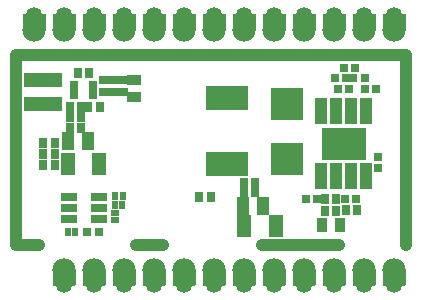
<source format=gbr>
G04 EAGLE Gerber RS-274X export*
G75*
%MOMM*%
%FSLAX34Y34*%
%LPD*%
%INSoldermask Top*%
%IPPOS*%
%AMOC8*
5,1,8,0,0,1.08239X$1,22.5*%
G01*
%ADD10C,1.016000*%
%ADD11C,1.000000*%
%ADD12R,1.003200X2.203200*%
%ADD13R,3.703200X2.803200*%
%ADD14R,2.743200X2.743200*%
%ADD15R,3.603200X2.053200*%
%ADD16R,0.812800X0.660400*%
%ADD17R,0.660400X0.812800*%
%ADD18R,1.244600X0.914400*%
%ADD19R,3.203200X1.203200*%
%ADD20R,0.678200X0.503200*%
%ADD21R,0.914400X1.244600*%
%ADD22R,0.653200X0.803200*%
%ADD23R,0.753200X0.653200*%
%ADD24R,0.653200X0.753200*%
%ADD25R,1.053200X1.503200*%
%ADD26R,1.303200X1.853200*%
%ADD27R,1.473200X0.711200*%
%ADD28R,0.603200X0.653200*%
%ADD29R,0.653200X0.603200*%
%ADD30R,0.573200X0.653200*%
%ADD31C,1.981200*%
%ADD32C,1.346200*%

G36*
X230397Y206550D02*
X230397Y206550D01*
X230443Y206563D01*
X230518Y206574D01*
X232186Y207080D01*
X232229Y207102D01*
X232301Y207127D01*
X233838Y207949D01*
X233876Y207979D01*
X233941Y208018D01*
X235289Y209124D01*
X235320Y209160D01*
X235376Y209211D01*
X236482Y210559D01*
X236506Y210601D01*
X236551Y210662D01*
X237373Y212199D01*
X237387Y212245D01*
X237420Y212314D01*
X237926Y213982D01*
X237932Y214029D01*
X237950Y214104D01*
X238121Y215838D01*
X238119Y215865D01*
X238124Y215900D01*
X238124Y228600D01*
X238113Y228665D01*
X238111Y228731D01*
X238093Y228774D01*
X238085Y228821D01*
X238051Y228878D01*
X238026Y228938D01*
X237995Y228973D01*
X237970Y229014D01*
X237919Y229056D01*
X237875Y229104D01*
X237833Y229126D01*
X237796Y229155D01*
X237734Y229176D01*
X237675Y229207D01*
X237621Y229215D01*
X237584Y229227D01*
X237544Y229226D01*
X237490Y229234D01*
X219710Y229234D01*
X219645Y229223D01*
X219579Y229221D01*
X219536Y229203D01*
X219489Y229195D01*
X219432Y229161D01*
X219372Y229136D01*
X219337Y229105D01*
X219296Y229080D01*
X219255Y229029D01*
X219206Y228985D01*
X219184Y228943D01*
X219155Y228906D01*
X219134Y228844D01*
X219103Y228785D01*
X219095Y228731D01*
X219083Y228694D01*
X219083Y228670D01*
X219083Y228668D01*
X219083Y228650D01*
X219076Y228600D01*
X219076Y215900D01*
X219081Y215873D01*
X219079Y215838D01*
X219250Y214104D01*
X219263Y214057D01*
X219274Y213982D01*
X219780Y212314D01*
X219802Y212271D01*
X219827Y212199D01*
X220649Y210662D01*
X220679Y210624D01*
X220718Y210559D01*
X221824Y209211D01*
X221860Y209180D01*
X221911Y209124D01*
X223259Y208018D01*
X223301Y207994D01*
X223362Y207949D01*
X224899Y207127D01*
X224945Y207113D01*
X225014Y207080D01*
X225152Y207038D01*
X225153Y207038D01*
X226682Y206574D01*
X226729Y206568D01*
X226804Y206550D01*
X228538Y206379D01*
X228586Y206383D01*
X228662Y206379D01*
X230397Y206550D01*
G37*
G36*
X179597Y206550D02*
X179597Y206550D01*
X179643Y206563D01*
X179718Y206574D01*
X181386Y207080D01*
X181429Y207102D01*
X181501Y207127D01*
X183038Y207949D01*
X183076Y207979D01*
X183141Y208018D01*
X184489Y209124D01*
X184520Y209160D01*
X184576Y209211D01*
X185682Y210559D01*
X185706Y210601D01*
X185751Y210662D01*
X186573Y212199D01*
X186587Y212245D01*
X186620Y212314D01*
X187126Y213982D01*
X187132Y214029D01*
X187150Y214104D01*
X187321Y215838D01*
X187319Y215865D01*
X187324Y215900D01*
X187324Y228600D01*
X187313Y228665D01*
X187311Y228731D01*
X187293Y228774D01*
X187285Y228821D01*
X187251Y228878D01*
X187226Y228938D01*
X187195Y228973D01*
X187170Y229014D01*
X187119Y229056D01*
X187075Y229104D01*
X187033Y229126D01*
X186996Y229155D01*
X186934Y229176D01*
X186875Y229207D01*
X186821Y229215D01*
X186784Y229227D01*
X186744Y229226D01*
X186690Y229234D01*
X168910Y229234D01*
X168845Y229223D01*
X168779Y229221D01*
X168736Y229203D01*
X168689Y229195D01*
X168632Y229161D01*
X168572Y229136D01*
X168537Y229105D01*
X168496Y229080D01*
X168455Y229029D01*
X168406Y228985D01*
X168384Y228943D01*
X168355Y228906D01*
X168334Y228844D01*
X168303Y228785D01*
X168295Y228731D01*
X168283Y228694D01*
X168283Y228670D01*
X168283Y228668D01*
X168283Y228650D01*
X168276Y228600D01*
X168276Y215900D01*
X168281Y215873D01*
X168279Y215838D01*
X168450Y214104D01*
X168463Y214057D01*
X168474Y213982D01*
X168980Y212314D01*
X169002Y212271D01*
X169027Y212199D01*
X169849Y210662D01*
X169879Y210624D01*
X169918Y210559D01*
X171024Y209211D01*
X171060Y209180D01*
X171111Y209124D01*
X172459Y208018D01*
X172501Y207994D01*
X172562Y207949D01*
X174099Y207127D01*
X174145Y207113D01*
X174214Y207080D01*
X174352Y207038D01*
X174353Y207038D01*
X175882Y206574D01*
X175929Y206568D01*
X176004Y206550D01*
X177738Y206379D01*
X177786Y206383D01*
X177862Y206379D01*
X179597Y206550D01*
G37*
G36*
X103397Y206550D02*
X103397Y206550D01*
X103443Y206563D01*
X103518Y206574D01*
X105186Y207080D01*
X105229Y207102D01*
X105301Y207127D01*
X106838Y207949D01*
X106876Y207979D01*
X106941Y208018D01*
X108289Y209124D01*
X108320Y209160D01*
X108376Y209211D01*
X109482Y210559D01*
X109506Y210601D01*
X109551Y210662D01*
X110373Y212199D01*
X110387Y212245D01*
X110420Y212314D01*
X110926Y213982D01*
X110932Y214029D01*
X110950Y214104D01*
X111121Y215838D01*
X111119Y215865D01*
X111124Y215900D01*
X111124Y228600D01*
X111113Y228665D01*
X111111Y228731D01*
X111093Y228774D01*
X111085Y228821D01*
X111051Y228878D01*
X111026Y228938D01*
X110995Y228973D01*
X110970Y229014D01*
X110919Y229056D01*
X110875Y229104D01*
X110833Y229126D01*
X110796Y229155D01*
X110734Y229176D01*
X110675Y229207D01*
X110621Y229215D01*
X110584Y229227D01*
X110544Y229226D01*
X110490Y229234D01*
X92710Y229234D01*
X92645Y229223D01*
X92579Y229221D01*
X92536Y229203D01*
X92489Y229195D01*
X92432Y229161D01*
X92372Y229136D01*
X92337Y229105D01*
X92296Y229080D01*
X92255Y229029D01*
X92206Y228985D01*
X92184Y228943D01*
X92155Y228906D01*
X92134Y228844D01*
X92103Y228785D01*
X92095Y228731D01*
X92083Y228694D01*
X92083Y228670D01*
X92083Y228668D01*
X92083Y228650D01*
X92076Y228600D01*
X92076Y215900D01*
X92081Y215873D01*
X92079Y215838D01*
X92250Y214104D01*
X92263Y214057D01*
X92274Y213982D01*
X92780Y212314D01*
X92802Y212271D01*
X92827Y212199D01*
X93649Y210662D01*
X93679Y210624D01*
X93718Y210559D01*
X94824Y209211D01*
X94860Y209180D01*
X94911Y209124D01*
X96259Y208018D01*
X96301Y207994D01*
X96362Y207949D01*
X97899Y207127D01*
X97945Y207113D01*
X98014Y207080D01*
X98152Y207038D01*
X98153Y207038D01*
X99682Y206574D01*
X99729Y206568D01*
X99804Y206550D01*
X101538Y206379D01*
X101586Y206383D01*
X101662Y206379D01*
X103397Y206550D01*
G37*
G36*
X27197Y206550D02*
X27197Y206550D01*
X27243Y206563D01*
X27318Y206574D01*
X28986Y207080D01*
X29029Y207102D01*
X29101Y207127D01*
X30638Y207949D01*
X30676Y207979D01*
X30741Y208018D01*
X32089Y209124D01*
X32120Y209160D01*
X32176Y209211D01*
X33282Y210559D01*
X33306Y210601D01*
X33351Y210662D01*
X34173Y212199D01*
X34187Y212245D01*
X34220Y212314D01*
X34726Y213982D01*
X34732Y214029D01*
X34750Y214104D01*
X34921Y215838D01*
X34919Y215865D01*
X34924Y215900D01*
X34924Y228600D01*
X34913Y228665D01*
X34911Y228731D01*
X34893Y228774D01*
X34885Y228821D01*
X34851Y228878D01*
X34826Y228938D01*
X34795Y228973D01*
X34770Y229014D01*
X34719Y229056D01*
X34675Y229104D01*
X34633Y229126D01*
X34596Y229155D01*
X34534Y229176D01*
X34475Y229207D01*
X34421Y229215D01*
X34384Y229227D01*
X34344Y229226D01*
X34290Y229234D01*
X16510Y229234D01*
X16445Y229223D01*
X16379Y229221D01*
X16336Y229203D01*
X16289Y229195D01*
X16232Y229161D01*
X16172Y229136D01*
X16137Y229105D01*
X16096Y229080D01*
X16055Y229029D01*
X16006Y228985D01*
X15984Y228943D01*
X15955Y228906D01*
X15934Y228844D01*
X15903Y228785D01*
X15895Y228731D01*
X15883Y228694D01*
X15883Y228670D01*
X15883Y228668D01*
X15883Y228650D01*
X15876Y228600D01*
X15876Y215900D01*
X15881Y215873D01*
X15879Y215838D01*
X16050Y214104D01*
X16063Y214057D01*
X16074Y213982D01*
X16580Y212314D01*
X16602Y212271D01*
X16627Y212199D01*
X17449Y210662D01*
X17479Y210624D01*
X17518Y210559D01*
X18624Y209211D01*
X18660Y209180D01*
X18711Y209124D01*
X20059Y208018D01*
X20101Y207994D01*
X20162Y207949D01*
X21699Y207127D01*
X21745Y207113D01*
X21814Y207080D01*
X21952Y207038D01*
X21953Y207038D01*
X23482Y206574D01*
X23529Y206568D01*
X23604Y206550D01*
X25338Y206379D01*
X25386Y206383D01*
X25462Y206379D01*
X27197Y206550D01*
G37*
G36*
X331997Y206550D02*
X331997Y206550D01*
X332043Y206563D01*
X332118Y206574D01*
X333786Y207080D01*
X333829Y207102D01*
X333901Y207127D01*
X335438Y207949D01*
X335476Y207979D01*
X335541Y208018D01*
X336889Y209124D01*
X336920Y209160D01*
X336976Y209211D01*
X338082Y210559D01*
X338106Y210601D01*
X338151Y210662D01*
X338973Y212199D01*
X338987Y212245D01*
X339020Y212314D01*
X339526Y213982D01*
X339532Y214029D01*
X339550Y214104D01*
X339721Y215838D01*
X339719Y215865D01*
X339724Y215900D01*
X339724Y228600D01*
X339713Y228665D01*
X339711Y228731D01*
X339693Y228774D01*
X339685Y228821D01*
X339651Y228878D01*
X339626Y228938D01*
X339595Y228973D01*
X339570Y229014D01*
X339519Y229056D01*
X339475Y229104D01*
X339433Y229126D01*
X339396Y229155D01*
X339334Y229176D01*
X339275Y229207D01*
X339221Y229215D01*
X339184Y229227D01*
X339144Y229226D01*
X339090Y229234D01*
X321310Y229234D01*
X321245Y229223D01*
X321179Y229221D01*
X321136Y229203D01*
X321089Y229195D01*
X321032Y229161D01*
X320972Y229136D01*
X320937Y229105D01*
X320896Y229080D01*
X320855Y229029D01*
X320806Y228985D01*
X320784Y228943D01*
X320755Y228906D01*
X320734Y228844D01*
X320703Y228785D01*
X320695Y228731D01*
X320683Y228694D01*
X320683Y228670D01*
X320683Y228668D01*
X320683Y228650D01*
X320676Y228600D01*
X320676Y215900D01*
X320681Y215873D01*
X320679Y215838D01*
X320850Y214104D01*
X320863Y214057D01*
X320874Y213982D01*
X321380Y212314D01*
X321402Y212271D01*
X321427Y212199D01*
X322249Y210662D01*
X322279Y210624D01*
X322318Y210559D01*
X323424Y209211D01*
X323460Y209180D01*
X323511Y209124D01*
X324859Y208018D01*
X324901Y207994D01*
X324962Y207949D01*
X326499Y207127D01*
X326545Y207113D01*
X326614Y207080D01*
X326752Y207038D01*
X326753Y207038D01*
X328282Y206574D01*
X328329Y206568D01*
X328404Y206550D01*
X330138Y206379D01*
X330186Y206383D01*
X330262Y206379D01*
X331997Y206550D01*
G37*
G36*
X128797Y206550D02*
X128797Y206550D01*
X128843Y206563D01*
X128918Y206574D01*
X130586Y207080D01*
X130629Y207102D01*
X130701Y207127D01*
X132238Y207949D01*
X132276Y207979D01*
X132341Y208018D01*
X133689Y209124D01*
X133720Y209160D01*
X133776Y209211D01*
X134882Y210559D01*
X134906Y210601D01*
X134951Y210662D01*
X135773Y212199D01*
X135787Y212245D01*
X135820Y212314D01*
X136326Y213982D01*
X136332Y214029D01*
X136350Y214104D01*
X136521Y215838D01*
X136519Y215865D01*
X136524Y215900D01*
X136524Y228600D01*
X136513Y228665D01*
X136511Y228731D01*
X136493Y228774D01*
X136485Y228821D01*
X136451Y228878D01*
X136426Y228938D01*
X136395Y228973D01*
X136370Y229014D01*
X136319Y229056D01*
X136275Y229104D01*
X136233Y229126D01*
X136196Y229155D01*
X136134Y229176D01*
X136075Y229207D01*
X136021Y229215D01*
X135984Y229227D01*
X135944Y229226D01*
X135890Y229234D01*
X118110Y229234D01*
X118045Y229223D01*
X117979Y229221D01*
X117936Y229203D01*
X117889Y229195D01*
X117832Y229161D01*
X117772Y229136D01*
X117737Y229105D01*
X117696Y229080D01*
X117655Y229029D01*
X117606Y228985D01*
X117584Y228943D01*
X117555Y228906D01*
X117534Y228844D01*
X117503Y228785D01*
X117495Y228731D01*
X117483Y228694D01*
X117483Y228670D01*
X117483Y228668D01*
X117483Y228650D01*
X117476Y228600D01*
X117476Y215900D01*
X117481Y215873D01*
X117479Y215838D01*
X117650Y214104D01*
X117663Y214057D01*
X117674Y213982D01*
X118180Y212314D01*
X118202Y212271D01*
X118227Y212199D01*
X119049Y210662D01*
X119079Y210624D01*
X119118Y210559D01*
X120224Y209211D01*
X120260Y209180D01*
X120311Y209124D01*
X121659Y208018D01*
X121701Y207994D01*
X121762Y207949D01*
X123299Y207127D01*
X123345Y207113D01*
X123414Y207080D01*
X123552Y207038D01*
X123553Y207038D01*
X125082Y206574D01*
X125129Y206568D01*
X125204Y206550D01*
X126938Y206379D01*
X126986Y206383D01*
X127062Y206379D01*
X128797Y206550D01*
G37*
G36*
X306597Y206550D02*
X306597Y206550D01*
X306643Y206563D01*
X306718Y206574D01*
X308386Y207080D01*
X308429Y207102D01*
X308501Y207127D01*
X310038Y207949D01*
X310076Y207979D01*
X310141Y208018D01*
X311489Y209124D01*
X311520Y209160D01*
X311576Y209211D01*
X312682Y210559D01*
X312706Y210601D01*
X312751Y210662D01*
X313573Y212199D01*
X313587Y212245D01*
X313620Y212314D01*
X314126Y213982D01*
X314132Y214029D01*
X314150Y214104D01*
X314321Y215838D01*
X314319Y215865D01*
X314324Y215900D01*
X314324Y228600D01*
X314313Y228665D01*
X314311Y228731D01*
X314293Y228774D01*
X314285Y228821D01*
X314251Y228878D01*
X314226Y228938D01*
X314195Y228973D01*
X314170Y229014D01*
X314119Y229056D01*
X314075Y229104D01*
X314033Y229126D01*
X313996Y229155D01*
X313934Y229176D01*
X313875Y229207D01*
X313821Y229215D01*
X313784Y229227D01*
X313744Y229226D01*
X313690Y229234D01*
X295910Y229234D01*
X295845Y229223D01*
X295779Y229221D01*
X295736Y229203D01*
X295689Y229195D01*
X295632Y229161D01*
X295572Y229136D01*
X295537Y229105D01*
X295496Y229080D01*
X295455Y229029D01*
X295406Y228985D01*
X295384Y228943D01*
X295355Y228906D01*
X295334Y228844D01*
X295303Y228785D01*
X295295Y228731D01*
X295283Y228694D01*
X295283Y228670D01*
X295283Y228668D01*
X295283Y228650D01*
X295276Y228600D01*
X295276Y215900D01*
X295281Y215873D01*
X295279Y215838D01*
X295450Y214104D01*
X295463Y214057D01*
X295474Y213982D01*
X295980Y212314D01*
X296002Y212271D01*
X296027Y212199D01*
X296849Y210662D01*
X296879Y210624D01*
X296918Y210559D01*
X298024Y209211D01*
X298060Y209180D01*
X298111Y209124D01*
X299459Y208018D01*
X299501Y207994D01*
X299562Y207949D01*
X301099Y207127D01*
X301145Y207113D01*
X301214Y207080D01*
X301352Y207038D01*
X301353Y207038D01*
X302882Y206574D01*
X302929Y206568D01*
X303004Y206550D01*
X304738Y206379D01*
X304786Y206383D01*
X304862Y206379D01*
X306597Y206550D01*
G37*
G36*
X77997Y206550D02*
X77997Y206550D01*
X78043Y206563D01*
X78118Y206574D01*
X79786Y207080D01*
X79829Y207102D01*
X79901Y207127D01*
X81438Y207949D01*
X81476Y207979D01*
X81541Y208018D01*
X82889Y209124D01*
X82920Y209160D01*
X82976Y209211D01*
X84082Y210559D01*
X84106Y210601D01*
X84151Y210662D01*
X84973Y212199D01*
X84987Y212245D01*
X85020Y212314D01*
X85526Y213982D01*
X85532Y214029D01*
X85550Y214104D01*
X85721Y215838D01*
X85719Y215865D01*
X85724Y215900D01*
X85724Y228600D01*
X85713Y228665D01*
X85711Y228731D01*
X85693Y228774D01*
X85685Y228821D01*
X85651Y228878D01*
X85626Y228938D01*
X85595Y228973D01*
X85570Y229014D01*
X85519Y229056D01*
X85475Y229104D01*
X85433Y229126D01*
X85396Y229155D01*
X85334Y229176D01*
X85275Y229207D01*
X85221Y229215D01*
X85184Y229227D01*
X85144Y229226D01*
X85090Y229234D01*
X67310Y229234D01*
X67245Y229223D01*
X67179Y229221D01*
X67136Y229203D01*
X67089Y229195D01*
X67032Y229161D01*
X66972Y229136D01*
X66937Y229105D01*
X66896Y229080D01*
X66855Y229029D01*
X66806Y228985D01*
X66784Y228943D01*
X66755Y228906D01*
X66734Y228844D01*
X66703Y228785D01*
X66695Y228731D01*
X66683Y228694D01*
X66683Y228670D01*
X66683Y228668D01*
X66683Y228650D01*
X66676Y228600D01*
X66676Y215900D01*
X66681Y215873D01*
X66679Y215838D01*
X66850Y214104D01*
X66863Y214057D01*
X66874Y213982D01*
X67380Y212314D01*
X67402Y212271D01*
X67427Y212199D01*
X68249Y210662D01*
X68279Y210624D01*
X68318Y210559D01*
X69424Y209211D01*
X69460Y209180D01*
X69511Y209124D01*
X70859Y208018D01*
X70901Y207994D01*
X70962Y207949D01*
X72499Y207127D01*
X72545Y207113D01*
X72614Y207080D01*
X72752Y207038D01*
X72753Y207038D01*
X74282Y206574D01*
X74329Y206568D01*
X74404Y206550D01*
X76138Y206379D01*
X76186Y206383D01*
X76262Y206379D01*
X77997Y206550D01*
G37*
G36*
X154197Y206550D02*
X154197Y206550D01*
X154243Y206563D01*
X154318Y206574D01*
X155986Y207080D01*
X156029Y207102D01*
X156101Y207127D01*
X157638Y207949D01*
X157676Y207979D01*
X157741Y208018D01*
X159089Y209124D01*
X159120Y209160D01*
X159176Y209211D01*
X160282Y210559D01*
X160306Y210601D01*
X160351Y210662D01*
X161173Y212199D01*
X161187Y212245D01*
X161220Y212314D01*
X161726Y213982D01*
X161732Y214029D01*
X161750Y214104D01*
X161921Y215838D01*
X161919Y215865D01*
X161924Y215900D01*
X161924Y228600D01*
X161913Y228665D01*
X161911Y228731D01*
X161893Y228774D01*
X161885Y228821D01*
X161851Y228878D01*
X161826Y228938D01*
X161795Y228973D01*
X161770Y229014D01*
X161719Y229056D01*
X161675Y229104D01*
X161633Y229126D01*
X161596Y229155D01*
X161534Y229176D01*
X161475Y229207D01*
X161421Y229215D01*
X161384Y229227D01*
X161344Y229226D01*
X161290Y229234D01*
X143510Y229234D01*
X143445Y229223D01*
X143379Y229221D01*
X143336Y229203D01*
X143289Y229195D01*
X143232Y229161D01*
X143172Y229136D01*
X143137Y229105D01*
X143096Y229080D01*
X143055Y229029D01*
X143006Y228985D01*
X142984Y228943D01*
X142955Y228906D01*
X142934Y228844D01*
X142903Y228785D01*
X142895Y228731D01*
X142883Y228694D01*
X142883Y228670D01*
X142883Y228668D01*
X142883Y228650D01*
X142876Y228600D01*
X142876Y215900D01*
X142881Y215873D01*
X142879Y215838D01*
X143050Y214104D01*
X143063Y214057D01*
X143074Y213982D01*
X143580Y212314D01*
X143602Y212271D01*
X143627Y212199D01*
X144449Y210662D01*
X144479Y210624D01*
X144518Y210559D01*
X145624Y209211D01*
X145660Y209180D01*
X145711Y209124D01*
X147059Y208018D01*
X147101Y207994D01*
X147162Y207949D01*
X148699Y207127D01*
X148745Y207113D01*
X148814Y207080D01*
X148952Y207038D01*
X148953Y207038D01*
X150482Y206574D01*
X150529Y206568D01*
X150604Y206550D01*
X152338Y206379D01*
X152386Y206383D01*
X152462Y206379D01*
X154197Y206550D01*
G37*
G36*
X281197Y206550D02*
X281197Y206550D01*
X281243Y206563D01*
X281318Y206574D01*
X282986Y207080D01*
X283029Y207102D01*
X283101Y207127D01*
X284638Y207949D01*
X284676Y207979D01*
X284741Y208018D01*
X286089Y209124D01*
X286120Y209160D01*
X286176Y209211D01*
X287282Y210559D01*
X287306Y210601D01*
X287351Y210662D01*
X288173Y212199D01*
X288187Y212245D01*
X288220Y212314D01*
X288726Y213982D01*
X288732Y214029D01*
X288750Y214104D01*
X288921Y215838D01*
X288919Y215865D01*
X288924Y215900D01*
X288924Y228600D01*
X288913Y228665D01*
X288911Y228731D01*
X288893Y228774D01*
X288885Y228821D01*
X288851Y228878D01*
X288826Y228938D01*
X288795Y228973D01*
X288770Y229014D01*
X288719Y229056D01*
X288675Y229104D01*
X288633Y229126D01*
X288596Y229155D01*
X288534Y229176D01*
X288475Y229207D01*
X288421Y229215D01*
X288384Y229227D01*
X288344Y229226D01*
X288290Y229234D01*
X270510Y229234D01*
X270445Y229223D01*
X270379Y229221D01*
X270336Y229203D01*
X270289Y229195D01*
X270232Y229161D01*
X270172Y229136D01*
X270137Y229105D01*
X270096Y229080D01*
X270055Y229029D01*
X270006Y228985D01*
X269984Y228943D01*
X269955Y228906D01*
X269934Y228844D01*
X269903Y228785D01*
X269895Y228731D01*
X269883Y228694D01*
X269883Y228670D01*
X269883Y228668D01*
X269883Y228650D01*
X269876Y228600D01*
X269876Y215900D01*
X269881Y215873D01*
X269879Y215838D01*
X270050Y214104D01*
X270063Y214057D01*
X270074Y213982D01*
X270580Y212314D01*
X270602Y212271D01*
X270627Y212199D01*
X271449Y210662D01*
X271479Y210624D01*
X271518Y210559D01*
X272624Y209211D01*
X272660Y209180D01*
X272711Y209124D01*
X274059Y208018D01*
X274101Y207994D01*
X274162Y207949D01*
X275699Y207127D01*
X275745Y207113D01*
X275814Y207080D01*
X275952Y207038D01*
X275953Y207038D01*
X277482Y206574D01*
X277529Y206568D01*
X277604Y206550D01*
X279338Y206379D01*
X279386Y206383D01*
X279462Y206379D01*
X281197Y206550D01*
G37*
G36*
X52597Y206550D02*
X52597Y206550D01*
X52643Y206563D01*
X52718Y206574D01*
X54386Y207080D01*
X54429Y207102D01*
X54501Y207127D01*
X56038Y207949D01*
X56076Y207979D01*
X56141Y208018D01*
X57489Y209124D01*
X57520Y209160D01*
X57576Y209211D01*
X58682Y210559D01*
X58706Y210601D01*
X58751Y210662D01*
X59573Y212199D01*
X59587Y212245D01*
X59620Y212314D01*
X60126Y213982D01*
X60132Y214029D01*
X60150Y214104D01*
X60321Y215838D01*
X60319Y215865D01*
X60324Y215900D01*
X60324Y228600D01*
X60313Y228665D01*
X60311Y228731D01*
X60293Y228774D01*
X60285Y228821D01*
X60251Y228878D01*
X60226Y228938D01*
X60195Y228973D01*
X60170Y229014D01*
X60119Y229056D01*
X60075Y229104D01*
X60033Y229126D01*
X59996Y229155D01*
X59934Y229176D01*
X59875Y229207D01*
X59821Y229215D01*
X59784Y229227D01*
X59744Y229226D01*
X59690Y229234D01*
X41910Y229234D01*
X41845Y229223D01*
X41779Y229221D01*
X41736Y229203D01*
X41689Y229195D01*
X41632Y229161D01*
X41572Y229136D01*
X41537Y229105D01*
X41496Y229080D01*
X41455Y229029D01*
X41406Y228985D01*
X41384Y228943D01*
X41355Y228906D01*
X41334Y228844D01*
X41303Y228785D01*
X41295Y228731D01*
X41283Y228694D01*
X41283Y228670D01*
X41283Y228668D01*
X41283Y228650D01*
X41276Y228600D01*
X41276Y215900D01*
X41281Y215873D01*
X41279Y215838D01*
X41450Y214104D01*
X41463Y214057D01*
X41474Y213982D01*
X41980Y212314D01*
X42002Y212271D01*
X42027Y212199D01*
X42849Y210662D01*
X42879Y210624D01*
X42918Y210559D01*
X44024Y209211D01*
X44060Y209180D01*
X44111Y209124D01*
X45459Y208018D01*
X45501Y207994D01*
X45562Y207949D01*
X47099Y207127D01*
X47145Y207113D01*
X47214Y207080D01*
X47352Y207038D01*
X47353Y207038D01*
X48882Y206574D01*
X48929Y206568D01*
X49004Y206550D01*
X50738Y206379D01*
X50786Y206383D01*
X50862Y206379D01*
X52597Y206550D01*
G37*
G36*
X204997Y206550D02*
X204997Y206550D01*
X205043Y206563D01*
X205118Y206574D01*
X206786Y207080D01*
X206829Y207102D01*
X206901Y207127D01*
X208438Y207949D01*
X208476Y207979D01*
X208541Y208018D01*
X209889Y209124D01*
X209920Y209160D01*
X209976Y209211D01*
X211082Y210559D01*
X211106Y210601D01*
X211151Y210662D01*
X211973Y212199D01*
X211987Y212245D01*
X212020Y212314D01*
X212526Y213982D01*
X212532Y214029D01*
X212550Y214104D01*
X212721Y215838D01*
X212719Y215865D01*
X212724Y215900D01*
X212724Y228600D01*
X212713Y228665D01*
X212711Y228731D01*
X212693Y228774D01*
X212685Y228821D01*
X212651Y228878D01*
X212626Y228938D01*
X212595Y228973D01*
X212570Y229014D01*
X212519Y229056D01*
X212475Y229104D01*
X212433Y229126D01*
X212396Y229155D01*
X212334Y229176D01*
X212275Y229207D01*
X212221Y229215D01*
X212184Y229227D01*
X212144Y229226D01*
X212090Y229234D01*
X194310Y229234D01*
X194245Y229223D01*
X194179Y229221D01*
X194136Y229203D01*
X194089Y229195D01*
X194032Y229161D01*
X193972Y229136D01*
X193937Y229105D01*
X193896Y229080D01*
X193855Y229029D01*
X193806Y228985D01*
X193784Y228943D01*
X193755Y228906D01*
X193734Y228844D01*
X193703Y228785D01*
X193695Y228731D01*
X193683Y228694D01*
X193683Y228670D01*
X193683Y228668D01*
X193683Y228650D01*
X193676Y228600D01*
X193676Y215900D01*
X193681Y215873D01*
X193679Y215838D01*
X193850Y214104D01*
X193863Y214057D01*
X193874Y213982D01*
X194380Y212314D01*
X194402Y212271D01*
X194427Y212199D01*
X195249Y210662D01*
X195279Y210624D01*
X195318Y210559D01*
X196424Y209211D01*
X196460Y209180D01*
X196511Y209124D01*
X197859Y208018D01*
X197901Y207994D01*
X197962Y207949D01*
X199499Y207127D01*
X199545Y207113D01*
X199614Y207080D01*
X199752Y207038D01*
X199753Y207038D01*
X201282Y206574D01*
X201329Y206568D01*
X201404Y206550D01*
X203138Y206379D01*
X203186Y206383D01*
X203262Y206379D01*
X204997Y206550D01*
G37*
G36*
X255797Y206550D02*
X255797Y206550D01*
X255843Y206563D01*
X255918Y206574D01*
X257586Y207080D01*
X257629Y207102D01*
X257701Y207127D01*
X259238Y207949D01*
X259276Y207979D01*
X259341Y208018D01*
X260689Y209124D01*
X260720Y209160D01*
X260776Y209211D01*
X261882Y210559D01*
X261906Y210601D01*
X261951Y210662D01*
X262773Y212199D01*
X262787Y212245D01*
X262820Y212314D01*
X263326Y213982D01*
X263332Y214029D01*
X263350Y214104D01*
X263521Y215838D01*
X263519Y215865D01*
X263524Y215900D01*
X263524Y228600D01*
X263513Y228665D01*
X263511Y228731D01*
X263493Y228774D01*
X263485Y228821D01*
X263451Y228878D01*
X263426Y228938D01*
X263395Y228973D01*
X263370Y229014D01*
X263319Y229056D01*
X263275Y229104D01*
X263233Y229126D01*
X263196Y229155D01*
X263134Y229176D01*
X263075Y229207D01*
X263021Y229215D01*
X262984Y229227D01*
X262944Y229226D01*
X262890Y229234D01*
X245110Y229234D01*
X245045Y229223D01*
X244979Y229221D01*
X244936Y229203D01*
X244889Y229195D01*
X244832Y229161D01*
X244772Y229136D01*
X244737Y229105D01*
X244696Y229080D01*
X244655Y229029D01*
X244606Y228985D01*
X244584Y228943D01*
X244555Y228906D01*
X244534Y228844D01*
X244503Y228785D01*
X244495Y228731D01*
X244483Y228694D01*
X244483Y228670D01*
X244483Y228668D01*
X244483Y228650D01*
X244476Y228600D01*
X244476Y215900D01*
X244481Y215873D01*
X244479Y215838D01*
X244650Y214104D01*
X244663Y214057D01*
X244674Y213982D01*
X245180Y212314D01*
X245202Y212271D01*
X245227Y212199D01*
X246049Y210662D01*
X246079Y210624D01*
X246118Y210559D01*
X247224Y209211D01*
X247260Y209180D01*
X247311Y209124D01*
X248659Y208018D01*
X248701Y207994D01*
X248762Y207949D01*
X250299Y207127D01*
X250345Y207113D01*
X250414Y207080D01*
X250552Y207038D01*
X250553Y207038D01*
X252082Y206574D01*
X252129Y206568D01*
X252204Y206550D01*
X253938Y206379D01*
X253986Y206383D01*
X254062Y206379D01*
X255797Y206550D01*
G37*
G36*
X339155Y-623D02*
X339155Y-623D01*
X339221Y-621D01*
X339264Y-603D01*
X339311Y-595D01*
X339368Y-561D01*
X339428Y-536D01*
X339463Y-505D01*
X339504Y-480D01*
X339546Y-429D01*
X339594Y-385D01*
X339616Y-343D01*
X339645Y-306D01*
X339666Y-244D01*
X339697Y-185D01*
X339705Y-131D01*
X339717Y-94D01*
X339716Y-54D01*
X339724Y0D01*
X339724Y12700D01*
X339719Y12727D01*
X339721Y12762D01*
X339550Y14497D01*
X339537Y14543D01*
X339526Y14618D01*
X339020Y16286D01*
X338998Y16329D01*
X338973Y16401D01*
X338151Y17938D01*
X338121Y17976D01*
X338082Y18041D01*
X336976Y19389D01*
X336940Y19420D01*
X336889Y19476D01*
X335541Y20582D01*
X335499Y20606D01*
X335438Y20651D01*
X333901Y21473D01*
X333855Y21487D01*
X333786Y21520D01*
X333732Y21537D01*
X333731Y21537D01*
X332118Y22026D01*
X332071Y22032D01*
X331997Y22050D01*
X330262Y22221D01*
X330214Y22217D01*
X330138Y22221D01*
X328404Y22050D01*
X328357Y22037D01*
X328282Y22026D01*
X326614Y21520D01*
X326571Y21498D01*
X326499Y21473D01*
X324962Y20651D01*
X324924Y20621D01*
X324859Y20582D01*
X323511Y19476D01*
X323480Y19440D01*
X323424Y19389D01*
X322318Y18041D01*
X322294Y17999D01*
X322249Y17938D01*
X321427Y16401D01*
X321413Y16355D01*
X321380Y16286D01*
X320874Y14618D01*
X320868Y14571D01*
X320850Y14497D01*
X320679Y12762D01*
X320681Y12735D01*
X320676Y12700D01*
X320676Y0D01*
X320687Y-65D01*
X320689Y-131D01*
X320707Y-174D01*
X320715Y-221D01*
X320749Y-278D01*
X320774Y-338D01*
X320805Y-373D01*
X320830Y-414D01*
X320881Y-456D01*
X320925Y-504D01*
X320967Y-526D01*
X321004Y-555D01*
X321066Y-576D01*
X321125Y-607D01*
X321179Y-615D01*
X321216Y-627D01*
X321256Y-626D01*
X321310Y-634D01*
X339090Y-634D01*
X339155Y-623D01*
G37*
G36*
X313755Y-623D02*
X313755Y-623D01*
X313821Y-621D01*
X313864Y-603D01*
X313911Y-595D01*
X313968Y-561D01*
X314028Y-536D01*
X314063Y-505D01*
X314104Y-480D01*
X314146Y-429D01*
X314194Y-385D01*
X314216Y-343D01*
X314245Y-306D01*
X314266Y-244D01*
X314297Y-185D01*
X314305Y-131D01*
X314317Y-94D01*
X314316Y-54D01*
X314324Y0D01*
X314324Y12700D01*
X314319Y12727D01*
X314321Y12762D01*
X314150Y14497D01*
X314137Y14543D01*
X314126Y14618D01*
X313620Y16286D01*
X313598Y16329D01*
X313573Y16401D01*
X312751Y17938D01*
X312721Y17976D01*
X312682Y18041D01*
X311576Y19389D01*
X311540Y19420D01*
X311489Y19476D01*
X310141Y20582D01*
X310099Y20606D01*
X310038Y20651D01*
X308501Y21473D01*
X308455Y21487D01*
X308386Y21520D01*
X308332Y21537D01*
X308331Y21537D01*
X306718Y22026D01*
X306671Y22032D01*
X306597Y22050D01*
X304862Y22221D01*
X304814Y22217D01*
X304738Y22221D01*
X303004Y22050D01*
X302957Y22037D01*
X302882Y22026D01*
X301214Y21520D01*
X301171Y21498D01*
X301099Y21473D01*
X299562Y20651D01*
X299524Y20621D01*
X299459Y20582D01*
X298111Y19476D01*
X298080Y19440D01*
X298024Y19389D01*
X296918Y18041D01*
X296894Y17999D01*
X296849Y17938D01*
X296027Y16401D01*
X296013Y16355D01*
X295980Y16286D01*
X295474Y14618D01*
X295468Y14571D01*
X295450Y14497D01*
X295279Y12762D01*
X295281Y12735D01*
X295276Y12700D01*
X295276Y0D01*
X295287Y-65D01*
X295289Y-131D01*
X295307Y-174D01*
X295315Y-221D01*
X295349Y-278D01*
X295374Y-338D01*
X295405Y-373D01*
X295430Y-414D01*
X295481Y-456D01*
X295525Y-504D01*
X295567Y-526D01*
X295604Y-555D01*
X295666Y-576D01*
X295725Y-607D01*
X295779Y-615D01*
X295816Y-627D01*
X295856Y-626D01*
X295910Y-634D01*
X313690Y-634D01*
X313755Y-623D01*
G37*
G36*
X85155Y-623D02*
X85155Y-623D01*
X85221Y-621D01*
X85264Y-603D01*
X85311Y-595D01*
X85368Y-561D01*
X85428Y-536D01*
X85463Y-505D01*
X85504Y-480D01*
X85546Y-429D01*
X85594Y-385D01*
X85616Y-343D01*
X85645Y-306D01*
X85666Y-244D01*
X85697Y-185D01*
X85705Y-131D01*
X85717Y-94D01*
X85716Y-54D01*
X85724Y0D01*
X85724Y12700D01*
X85719Y12727D01*
X85721Y12762D01*
X85550Y14497D01*
X85537Y14543D01*
X85526Y14618D01*
X85020Y16286D01*
X84998Y16329D01*
X84973Y16401D01*
X84151Y17938D01*
X84121Y17976D01*
X84082Y18041D01*
X82976Y19389D01*
X82940Y19420D01*
X82889Y19476D01*
X81541Y20582D01*
X81499Y20606D01*
X81438Y20651D01*
X79901Y21473D01*
X79855Y21487D01*
X79786Y21520D01*
X79732Y21537D01*
X79731Y21537D01*
X78118Y22026D01*
X78071Y22032D01*
X77997Y22050D01*
X76262Y22221D01*
X76214Y22217D01*
X76138Y22221D01*
X74404Y22050D01*
X74357Y22037D01*
X74282Y22026D01*
X72614Y21520D01*
X72571Y21498D01*
X72499Y21473D01*
X70962Y20651D01*
X70924Y20621D01*
X70859Y20582D01*
X69511Y19476D01*
X69480Y19440D01*
X69424Y19389D01*
X68318Y18041D01*
X68294Y17999D01*
X68249Y17938D01*
X67427Y16401D01*
X67413Y16355D01*
X67380Y16286D01*
X66874Y14618D01*
X66868Y14571D01*
X66850Y14497D01*
X66679Y12762D01*
X66681Y12735D01*
X66676Y12700D01*
X66676Y0D01*
X66687Y-65D01*
X66689Y-131D01*
X66707Y-174D01*
X66715Y-221D01*
X66749Y-278D01*
X66774Y-338D01*
X66805Y-373D01*
X66830Y-414D01*
X66881Y-456D01*
X66925Y-504D01*
X66967Y-526D01*
X67004Y-555D01*
X67066Y-576D01*
X67125Y-607D01*
X67179Y-615D01*
X67216Y-627D01*
X67256Y-626D01*
X67310Y-634D01*
X85090Y-634D01*
X85155Y-623D01*
G37*
G36*
X135955Y-623D02*
X135955Y-623D01*
X136021Y-621D01*
X136064Y-603D01*
X136111Y-595D01*
X136168Y-561D01*
X136228Y-536D01*
X136263Y-505D01*
X136304Y-480D01*
X136346Y-429D01*
X136394Y-385D01*
X136416Y-343D01*
X136445Y-306D01*
X136466Y-244D01*
X136497Y-185D01*
X136505Y-131D01*
X136517Y-94D01*
X136516Y-54D01*
X136524Y0D01*
X136524Y12700D01*
X136519Y12727D01*
X136521Y12762D01*
X136350Y14497D01*
X136337Y14543D01*
X136326Y14618D01*
X135820Y16286D01*
X135798Y16329D01*
X135773Y16401D01*
X134951Y17938D01*
X134921Y17976D01*
X134882Y18041D01*
X133776Y19389D01*
X133740Y19420D01*
X133689Y19476D01*
X132341Y20582D01*
X132299Y20606D01*
X132238Y20651D01*
X130701Y21473D01*
X130655Y21487D01*
X130586Y21520D01*
X130532Y21537D01*
X130531Y21537D01*
X128918Y22026D01*
X128871Y22032D01*
X128797Y22050D01*
X127062Y22221D01*
X127014Y22217D01*
X126938Y22221D01*
X125204Y22050D01*
X125157Y22037D01*
X125082Y22026D01*
X123414Y21520D01*
X123371Y21498D01*
X123299Y21473D01*
X121762Y20651D01*
X121724Y20621D01*
X121659Y20582D01*
X120311Y19476D01*
X120280Y19440D01*
X120224Y19389D01*
X119118Y18041D01*
X119094Y17999D01*
X119049Y17938D01*
X118227Y16401D01*
X118213Y16355D01*
X118180Y16286D01*
X117674Y14618D01*
X117668Y14571D01*
X117650Y14497D01*
X117479Y12762D01*
X117481Y12735D01*
X117476Y12700D01*
X117476Y0D01*
X117487Y-65D01*
X117489Y-131D01*
X117507Y-174D01*
X117515Y-221D01*
X117549Y-278D01*
X117574Y-338D01*
X117605Y-373D01*
X117630Y-414D01*
X117681Y-456D01*
X117725Y-504D01*
X117767Y-526D01*
X117804Y-555D01*
X117866Y-576D01*
X117925Y-607D01*
X117979Y-615D01*
X118016Y-627D01*
X118056Y-626D01*
X118110Y-634D01*
X135890Y-634D01*
X135955Y-623D01*
G37*
G36*
X186755Y-623D02*
X186755Y-623D01*
X186821Y-621D01*
X186864Y-603D01*
X186911Y-595D01*
X186968Y-561D01*
X187028Y-536D01*
X187063Y-505D01*
X187104Y-480D01*
X187146Y-429D01*
X187194Y-385D01*
X187216Y-343D01*
X187245Y-306D01*
X187266Y-244D01*
X187297Y-185D01*
X187305Y-131D01*
X187317Y-94D01*
X187316Y-54D01*
X187324Y0D01*
X187324Y12700D01*
X187319Y12727D01*
X187321Y12762D01*
X187150Y14497D01*
X187137Y14543D01*
X187126Y14618D01*
X186620Y16286D01*
X186598Y16329D01*
X186573Y16401D01*
X185751Y17938D01*
X185721Y17976D01*
X185682Y18041D01*
X184576Y19389D01*
X184540Y19420D01*
X184489Y19476D01*
X183141Y20582D01*
X183099Y20606D01*
X183038Y20651D01*
X181501Y21473D01*
X181455Y21487D01*
X181386Y21520D01*
X181332Y21537D01*
X181331Y21537D01*
X179718Y22026D01*
X179671Y22032D01*
X179597Y22050D01*
X177862Y22221D01*
X177814Y22217D01*
X177738Y22221D01*
X176004Y22050D01*
X175957Y22037D01*
X175882Y22026D01*
X174214Y21520D01*
X174171Y21498D01*
X174099Y21473D01*
X172562Y20651D01*
X172524Y20621D01*
X172459Y20582D01*
X171111Y19476D01*
X171080Y19440D01*
X171024Y19389D01*
X169918Y18041D01*
X169894Y17999D01*
X169849Y17938D01*
X169027Y16401D01*
X169013Y16355D01*
X168980Y16286D01*
X168474Y14618D01*
X168468Y14571D01*
X168450Y14497D01*
X168279Y12762D01*
X168281Y12735D01*
X168276Y12700D01*
X168276Y0D01*
X168287Y-65D01*
X168289Y-131D01*
X168307Y-174D01*
X168315Y-221D01*
X168349Y-278D01*
X168374Y-338D01*
X168405Y-373D01*
X168430Y-414D01*
X168481Y-456D01*
X168525Y-504D01*
X168567Y-526D01*
X168604Y-555D01*
X168666Y-576D01*
X168725Y-607D01*
X168779Y-615D01*
X168816Y-627D01*
X168856Y-626D01*
X168910Y-634D01*
X186690Y-634D01*
X186755Y-623D01*
G37*
G36*
X262955Y-623D02*
X262955Y-623D01*
X263021Y-621D01*
X263064Y-603D01*
X263111Y-595D01*
X263168Y-561D01*
X263228Y-536D01*
X263263Y-505D01*
X263304Y-480D01*
X263346Y-429D01*
X263394Y-385D01*
X263416Y-343D01*
X263445Y-306D01*
X263466Y-244D01*
X263497Y-185D01*
X263505Y-131D01*
X263517Y-94D01*
X263516Y-54D01*
X263524Y0D01*
X263524Y12700D01*
X263519Y12727D01*
X263521Y12762D01*
X263350Y14497D01*
X263337Y14543D01*
X263326Y14618D01*
X262820Y16286D01*
X262798Y16329D01*
X262773Y16401D01*
X261951Y17938D01*
X261921Y17976D01*
X261882Y18041D01*
X260776Y19389D01*
X260740Y19420D01*
X260689Y19476D01*
X259341Y20582D01*
X259299Y20606D01*
X259238Y20651D01*
X257701Y21473D01*
X257655Y21487D01*
X257586Y21520D01*
X257532Y21537D01*
X257531Y21537D01*
X255918Y22026D01*
X255871Y22032D01*
X255797Y22050D01*
X254062Y22221D01*
X254014Y22217D01*
X253938Y22221D01*
X252204Y22050D01*
X252157Y22037D01*
X252082Y22026D01*
X250414Y21520D01*
X250371Y21498D01*
X250299Y21473D01*
X248762Y20651D01*
X248724Y20621D01*
X248659Y20582D01*
X247311Y19476D01*
X247280Y19440D01*
X247224Y19389D01*
X246118Y18041D01*
X246094Y17999D01*
X246049Y17938D01*
X245227Y16401D01*
X245213Y16355D01*
X245180Y16286D01*
X244674Y14618D01*
X244668Y14571D01*
X244650Y14497D01*
X244479Y12762D01*
X244481Y12735D01*
X244476Y12700D01*
X244476Y0D01*
X244487Y-65D01*
X244489Y-131D01*
X244507Y-174D01*
X244515Y-221D01*
X244549Y-278D01*
X244574Y-338D01*
X244605Y-373D01*
X244630Y-414D01*
X244681Y-456D01*
X244725Y-504D01*
X244767Y-526D01*
X244804Y-555D01*
X244866Y-576D01*
X244925Y-607D01*
X244979Y-615D01*
X245016Y-627D01*
X245056Y-626D01*
X245110Y-634D01*
X262890Y-634D01*
X262955Y-623D01*
G37*
G36*
X288355Y-623D02*
X288355Y-623D01*
X288421Y-621D01*
X288464Y-603D01*
X288511Y-595D01*
X288568Y-561D01*
X288628Y-536D01*
X288663Y-505D01*
X288704Y-480D01*
X288746Y-429D01*
X288794Y-385D01*
X288816Y-343D01*
X288845Y-306D01*
X288866Y-244D01*
X288897Y-185D01*
X288905Y-131D01*
X288917Y-94D01*
X288916Y-54D01*
X288924Y0D01*
X288924Y12700D01*
X288919Y12727D01*
X288921Y12762D01*
X288750Y14497D01*
X288737Y14543D01*
X288726Y14618D01*
X288220Y16286D01*
X288198Y16329D01*
X288173Y16401D01*
X287351Y17938D01*
X287321Y17976D01*
X287282Y18041D01*
X286176Y19389D01*
X286140Y19420D01*
X286089Y19476D01*
X284741Y20582D01*
X284699Y20606D01*
X284638Y20651D01*
X283101Y21473D01*
X283055Y21487D01*
X282986Y21520D01*
X282932Y21537D01*
X282931Y21537D01*
X281318Y22026D01*
X281271Y22032D01*
X281197Y22050D01*
X279462Y22221D01*
X279414Y22217D01*
X279338Y22221D01*
X277604Y22050D01*
X277557Y22037D01*
X277482Y22026D01*
X275814Y21520D01*
X275771Y21498D01*
X275699Y21473D01*
X274162Y20651D01*
X274124Y20621D01*
X274059Y20582D01*
X272711Y19476D01*
X272680Y19440D01*
X272624Y19389D01*
X271518Y18041D01*
X271494Y17999D01*
X271449Y17938D01*
X270627Y16401D01*
X270613Y16355D01*
X270580Y16286D01*
X270074Y14618D01*
X270068Y14571D01*
X270050Y14497D01*
X269879Y12762D01*
X269881Y12735D01*
X269876Y12700D01*
X269876Y0D01*
X269887Y-65D01*
X269889Y-131D01*
X269907Y-174D01*
X269915Y-221D01*
X269949Y-278D01*
X269974Y-338D01*
X270005Y-373D01*
X270030Y-414D01*
X270081Y-456D01*
X270125Y-504D01*
X270167Y-526D01*
X270204Y-555D01*
X270266Y-576D01*
X270325Y-607D01*
X270379Y-615D01*
X270416Y-627D01*
X270456Y-626D01*
X270510Y-634D01*
X288290Y-634D01*
X288355Y-623D01*
G37*
G36*
X237555Y-623D02*
X237555Y-623D01*
X237621Y-621D01*
X237664Y-603D01*
X237711Y-595D01*
X237768Y-561D01*
X237828Y-536D01*
X237863Y-505D01*
X237904Y-480D01*
X237946Y-429D01*
X237994Y-385D01*
X238016Y-343D01*
X238045Y-306D01*
X238066Y-244D01*
X238097Y-185D01*
X238105Y-131D01*
X238117Y-94D01*
X238116Y-54D01*
X238124Y0D01*
X238124Y12700D01*
X238119Y12727D01*
X238121Y12762D01*
X237950Y14497D01*
X237937Y14543D01*
X237926Y14618D01*
X237420Y16286D01*
X237398Y16329D01*
X237373Y16401D01*
X236551Y17938D01*
X236521Y17976D01*
X236482Y18041D01*
X235376Y19389D01*
X235340Y19420D01*
X235289Y19476D01*
X233941Y20582D01*
X233899Y20606D01*
X233838Y20651D01*
X232301Y21473D01*
X232255Y21487D01*
X232186Y21520D01*
X232132Y21537D01*
X232131Y21537D01*
X230518Y22026D01*
X230471Y22032D01*
X230397Y22050D01*
X228662Y22221D01*
X228614Y22217D01*
X228538Y22221D01*
X226804Y22050D01*
X226757Y22037D01*
X226682Y22026D01*
X225014Y21520D01*
X224971Y21498D01*
X224899Y21473D01*
X223362Y20651D01*
X223324Y20621D01*
X223259Y20582D01*
X221911Y19476D01*
X221880Y19440D01*
X221824Y19389D01*
X220718Y18041D01*
X220694Y17999D01*
X220649Y17938D01*
X219827Y16401D01*
X219813Y16355D01*
X219780Y16286D01*
X219274Y14618D01*
X219268Y14571D01*
X219250Y14497D01*
X219079Y12762D01*
X219081Y12735D01*
X219076Y12700D01*
X219076Y0D01*
X219087Y-65D01*
X219089Y-131D01*
X219107Y-174D01*
X219115Y-221D01*
X219149Y-278D01*
X219174Y-338D01*
X219205Y-373D01*
X219230Y-414D01*
X219281Y-456D01*
X219325Y-504D01*
X219367Y-526D01*
X219404Y-555D01*
X219466Y-576D01*
X219525Y-607D01*
X219579Y-615D01*
X219616Y-627D01*
X219656Y-626D01*
X219710Y-634D01*
X237490Y-634D01*
X237555Y-623D01*
G37*
G36*
X212155Y-623D02*
X212155Y-623D01*
X212221Y-621D01*
X212264Y-603D01*
X212311Y-595D01*
X212368Y-561D01*
X212428Y-536D01*
X212463Y-505D01*
X212504Y-480D01*
X212546Y-429D01*
X212594Y-385D01*
X212616Y-343D01*
X212645Y-306D01*
X212666Y-244D01*
X212697Y-185D01*
X212705Y-131D01*
X212717Y-94D01*
X212716Y-54D01*
X212724Y0D01*
X212724Y12700D01*
X212719Y12727D01*
X212721Y12762D01*
X212550Y14497D01*
X212537Y14543D01*
X212526Y14618D01*
X212020Y16286D01*
X211998Y16329D01*
X211973Y16401D01*
X211151Y17938D01*
X211121Y17976D01*
X211082Y18041D01*
X209976Y19389D01*
X209940Y19420D01*
X209889Y19476D01*
X208541Y20582D01*
X208499Y20606D01*
X208438Y20651D01*
X206901Y21473D01*
X206855Y21487D01*
X206786Y21520D01*
X206732Y21537D01*
X206731Y21537D01*
X205118Y22026D01*
X205071Y22032D01*
X204997Y22050D01*
X203262Y22221D01*
X203214Y22217D01*
X203138Y22221D01*
X201404Y22050D01*
X201357Y22037D01*
X201282Y22026D01*
X199614Y21520D01*
X199571Y21498D01*
X199499Y21473D01*
X197962Y20651D01*
X197924Y20621D01*
X197859Y20582D01*
X196511Y19476D01*
X196480Y19440D01*
X196424Y19389D01*
X195318Y18041D01*
X195294Y17999D01*
X195249Y17938D01*
X194427Y16401D01*
X194413Y16355D01*
X194380Y16286D01*
X193874Y14618D01*
X193868Y14571D01*
X193850Y14497D01*
X193679Y12762D01*
X193681Y12735D01*
X193676Y12700D01*
X193676Y0D01*
X193687Y-65D01*
X193689Y-131D01*
X193707Y-174D01*
X193715Y-221D01*
X193749Y-278D01*
X193774Y-338D01*
X193805Y-373D01*
X193830Y-414D01*
X193881Y-456D01*
X193925Y-504D01*
X193967Y-526D01*
X194004Y-555D01*
X194066Y-576D01*
X194125Y-607D01*
X194179Y-615D01*
X194216Y-627D01*
X194256Y-626D01*
X194310Y-634D01*
X212090Y-634D01*
X212155Y-623D01*
G37*
G36*
X161355Y-623D02*
X161355Y-623D01*
X161421Y-621D01*
X161464Y-603D01*
X161511Y-595D01*
X161568Y-561D01*
X161628Y-536D01*
X161663Y-505D01*
X161704Y-480D01*
X161746Y-429D01*
X161794Y-385D01*
X161816Y-343D01*
X161845Y-306D01*
X161866Y-244D01*
X161897Y-185D01*
X161905Y-131D01*
X161917Y-94D01*
X161916Y-54D01*
X161924Y0D01*
X161924Y12700D01*
X161919Y12727D01*
X161921Y12762D01*
X161750Y14497D01*
X161737Y14543D01*
X161726Y14618D01*
X161220Y16286D01*
X161198Y16329D01*
X161173Y16401D01*
X160351Y17938D01*
X160321Y17976D01*
X160282Y18041D01*
X159176Y19389D01*
X159140Y19420D01*
X159089Y19476D01*
X157741Y20582D01*
X157699Y20606D01*
X157638Y20651D01*
X156101Y21473D01*
X156055Y21487D01*
X155986Y21520D01*
X155932Y21537D01*
X155931Y21537D01*
X154318Y22026D01*
X154271Y22032D01*
X154197Y22050D01*
X152462Y22221D01*
X152414Y22217D01*
X152338Y22221D01*
X150604Y22050D01*
X150557Y22037D01*
X150482Y22026D01*
X148814Y21520D01*
X148771Y21498D01*
X148699Y21473D01*
X147162Y20651D01*
X147124Y20621D01*
X147059Y20582D01*
X145711Y19476D01*
X145680Y19440D01*
X145624Y19389D01*
X144518Y18041D01*
X144494Y17999D01*
X144449Y17938D01*
X143627Y16401D01*
X143613Y16355D01*
X143580Y16286D01*
X143074Y14618D01*
X143068Y14571D01*
X143050Y14497D01*
X142879Y12762D01*
X142881Y12735D01*
X142876Y12700D01*
X142876Y0D01*
X142887Y-65D01*
X142889Y-131D01*
X142907Y-174D01*
X142915Y-221D01*
X142949Y-278D01*
X142974Y-338D01*
X143005Y-373D01*
X143030Y-414D01*
X143081Y-456D01*
X143125Y-504D01*
X143167Y-526D01*
X143204Y-555D01*
X143266Y-576D01*
X143325Y-607D01*
X143379Y-615D01*
X143416Y-627D01*
X143456Y-626D01*
X143510Y-634D01*
X161290Y-634D01*
X161355Y-623D01*
G37*
G36*
X110555Y-623D02*
X110555Y-623D01*
X110621Y-621D01*
X110664Y-603D01*
X110711Y-595D01*
X110768Y-561D01*
X110828Y-536D01*
X110863Y-505D01*
X110904Y-480D01*
X110946Y-429D01*
X110994Y-385D01*
X111016Y-343D01*
X111045Y-306D01*
X111066Y-244D01*
X111097Y-185D01*
X111105Y-131D01*
X111117Y-94D01*
X111116Y-54D01*
X111124Y0D01*
X111124Y12700D01*
X111119Y12727D01*
X111121Y12762D01*
X110950Y14497D01*
X110937Y14543D01*
X110926Y14618D01*
X110420Y16286D01*
X110398Y16329D01*
X110373Y16401D01*
X109551Y17938D01*
X109521Y17976D01*
X109482Y18041D01*
X108376Y19389D01*
X108340Y19420D01*
X108289Y19476D01*
X106941Y20582D01*
X106899Y20606D01*
X106838Y20651D01*
X105301Y21473D01*
X105255Y21487D01*
X105186Y21520D01*
X105132Y21537D01*
X105131Y21537D01*
X103518Y22026D01*
X103471Y22032D01*
X103397Y22050D01*
X101662Y22221D01*
X101614Y22217D01*
X101538Y22221D01*
X99804Y22050D01*
X99757Y22037D01*
X99682Y22026D01*
X98014Y21520D01*
X97971Y21498D01*
X97899Y21473D01*
X96362Y20651D01*
X96324Y20621D01*
X96259Y20582D01*
X94911Y19476D01*
X94880Y19440D01*
X94824Y19389D01*
X93718Y18041D01*
X93694Y17999D01*
X93649Y17938D01*
X92827Y16401D01*
X92813Y16355D01*
X92780Y16286D01*
X92274Y14618D01*
X92268Y14571D01*
X92250Y14497D01*
X92079Y12762D01*
X92081Y12735D01*
X92076Y12700D01*
X92076Y0D01*
X92087Y-65D01*
X92089Y-131D01*
X92107Y-174D01*
X92115Y-221D01*
X92149Y-278D01*
X92174Y-338D01*
X92205Y-373D01*
X92230Y-414D01*
X92281Y-456D01*
X92325Y-504D01*
X92367Y-526D01*
X92404Y-555D01*
X92466Y-576D01*
X92525Y-607D01*
X92579Y-615D01*
X92616Y-627D01*
X92656Y-626D01*
X92710Y-634D01*
X110490Y-634D01*
X110555Y-623D01*
G37*
G36*
X59755Y-623D02*
X59755Y-623D01*
X59821Y-621D01*
X59864Y-603D01*
X59911Y-595D01*
X59968Y-561D01*
X60028Y-536D01*
X60063Y-505D01*
X60104Y-480D01*
X60146Y-429D01*
X60194Y-385D01*
X60216Y-343D01*
X60245Y-306D01*
X60266Y-244D01*
X60297Y-185D01*
X60305Y-131D01*
X60317Y-94D01*
X60316Y-54D01*
X60324Y0D01*
X60324Y12700D01*
X60319Y12727D01*
X60321Y12762D01*
X60150Y14497D01*
X60137Y14543D01*
X60126Y14618D01*
X59620Y16286D01*
X59598Y16329D01*
X59573Y16401D01*
X58751Y17938D01*
X58721Y17976D01*
X58682Y18041D01*
X57576Y19389D01*
X57540Y19420D01*
X57489Y19476D01*
X56141Y20582D01*
X56099Y20606D01*
X56038Y20651D01*
X54501Y21473D01*
X54455Y21487D01*
X54386Y21520D01*
X54332Y21537D01*
X54331Y21537D01*
X52718Y22026D01*
X52671Y22032D01*
X52597Y22050D01*
X50862Y22221D01*
X50814Y22217D01*
X50738Y22221D01*
X49004Y22050D01*
X48957Y22037D01*
X48882Y22026D01*
X47214Y21520D01*
X47171Y21498D01*
X47099Y21473D01*
X45562Y20651D01*
X45524Y20621D01*
X45459Y20582D01*
X44111Y19476D01*
X44080Y19440D01*
X44024Y19389D01*
X42918Y18041D01*
X42894Y17999D01*
X42849Y17938D01*
X42027Y16401D01*
X42013Y16355D01*
X41980Y16286D01*
X41474Y14618D01*
X41468Y14571D01*
X41450Y14497D01*
X41279Y12762D01*
X41281Y12735D01*
X41276Y12700D01*
X41276Y0D01*
X41287Y-65D01*
X41289Y-131D01*
X41307Y-174D01*
X41315Y-221D01*
X41349Y-278D01*
X41374Y-338D01*
X41405Y-373D01*
X41430Y-414D01*
X41481Y-456D01*
X41525Y-504D01*
X41567Y-526D01*
X41604Y-555D01*
X41666Y-576D01*
X41725Y-607D01*
X41779Y-615D01*
X41816Y-627D01*
X41856Y-626D01*
X41910Y-634D01*
X59690Y-634D01*
X59755Y-623D01*
G37*
D10*
X10000Y33528D02*
X29210Y33528D01*
D11*
X339780Y33860D02*
X339780Y194460D01*
X9780Y194460D02*
X9780Y33860D01*
D10*
X111540Y33388D02*
X134400Y33388D01*
X218220Y33388D02*
X283244Y33388D01*
D11*
X126272Y194932D02*
X9780Y194932D01*
X126780Y194932D02*
X339378Y194932D01*
D12*
X268220Y91820D03*
X280920Y91820D03*
X293620Y91820D03*
X306320Y91820D03*
X306320Y147320D03*
X293620Y147320D03*
X280920Y147320D03*
X268220Y147320D03*
D13*
X287270Y119570D03*
D14*
X239460Y153323D03*
X239460Y106333D03*
D15*
X188754Y158086D03*
X188754Y102586D03*
D16*
X100000Y163474D03*
X100000Y173126D03*
D17*
X64826Y133030D03*
X55174Y133030D03*
X71826Y179300D03*
X62174Y179300D03*
D18*
X110000Y173793D03*
X110000Y158807D03*
D17*
X32964Y101140D03*
X42616Y101140D03*
X32964Y119810D03*
X42616Y119810D03*
D19*
X32500Y173300D03*
X32500Y153300D03*
D20*
X75380Y160300D03*
X75380Y165300D03*
X75380Y170300D03*
X58620Y170300D03*
X58620Y165300D03*
X58620Y160300D03*
D17*
X55174Y150300D03*
X64826Y150300D03*
X71174Y150300D03*
X80826Y150300D03*
D16*
X84000Y163474D03*
X84000Y173126D03*
X92000Y163474D03*
X92000Y173126D03*
D17*
X32964Y110410D03*
X42616Y110410D03*
D21*
X283763Y50570D03*
X268777Y50570D03*
D22*
X291970Y165570D03*
X282570Y165570D03*
D23*
X316460Y108270D03*
X316460Y98870D03*
D22*
X264970Y72570D03*
X255570Y72570D03*
X296970Y183570D03*
X287570Y183570D03*
D24*
X288970Y175570D03*
X279570Y175570D03*
X304970Y175570D03*
X295570Y175570D03*
X314970Y165570D03*
X305570Y165570D03*
D17*
X271444Y62570D03*
X281096Y62570D03*
X271444Y72570D03*
X281096Y72570D03*
X212096Y86570D03*
X202444Y86570D03*
X212096Y78570D03*
X202444Y78570D03*
X55174Y142300D03*
X64826Y142300D03*
D25*
X54000Y121430D03*
X70500Y121430D03*
X202270Y67078D03*
X218770Y67078D03*
D26*
X53500Y102160D03*
X80500Y102160D03*
X202770Y49610D03*
X229770Y49610D03*
D27*
X54300Y65000D03*
X54300Y74525D03*
X54300Y55475D03*
X79700Y65000D03*
X79700Y55475D03*
X79700Y74525D03*
D22*
X79700Y45000D03*
X70300Y45000D03*
D28*
X53950Y45000D03*
X60050Y45000D03*
D29*
X94000Y61050D03*
X94000Y54950D03*
D28*
X93950Y75000D03*
X100050Y75000D03*
D30*
X94050Y68000D03*
X99950Y68000D03*
D31*
X50800Y12700D03*
D32*
X50800Y0D03*
D31*
X76200Y12700D03*
D32*
X76200Y0D03*
D31*
X101600Y12700D03*
D32*
X101600Y0D03*
D31*
X127000Y12700D03*
D32*
X127000Y0D03*
D31*
X152400Y12700D03*
D32*
X152400Y0D03*
D31*
X177800Y12700D03*
D32*
X177800Y0D03*
D31*
X203200Y12700D03*
D32*
X203200Y0D03*
D31*
X228600Y12700D03*
D32*
X228600Y0D03*
D31*
X254000Y12700D03*
D32*
X254000Y0D03*
D31*
X279400Y12700D03*
D32*
X279400Y0D03*
D31*
X304800Y12700D03*
D32*
X304800Y0D03*
D31*
X330200Y12700D03*
D32*
X330200Y0D03*
D31*
X330200Y215900D03*
D32*
X330200Y228600D03*
D31*
X304800Y215900D03*
D32*
X304800Y228600D03*
D31*
X279400Y215900D03*
D32*
X279400Y228600D03*
D31*
X254000Y215900D03*
D32*
X254000Y228600D03*
D31*
X228600Y215900D03*
D32*
X228600Y228600D03*
D31*
X203200Y215900D03*
D32*
X203200Y228600D03*
D31*
X177800Y215900D03*
D32*
X177800Y228600D03*
D31*
X152400Y215900D03*
D32*
X152400Y228600D03*
D31*
X127000Y215900D03*
D32*
X127000Y228600D03*
D31*
X101600Y215900D03*
D32*
X101600Y228600D03*
D31*
X76200Y215900D03*
D32*
X76200Y228600D03*
D31*
X50800Y215900D03*
D32*
X50800Y228600D03*
D31*
X25400Y215900D03*
D32*
X25400Y228600D03*
D24*
X298070Y72390D03*
X288670Y72390D03*
D17*
X298450Y62992D03*
X288798Y62992D03*
X165100Y74422D03*
X174752Y74422D03*
M02*

</source>
